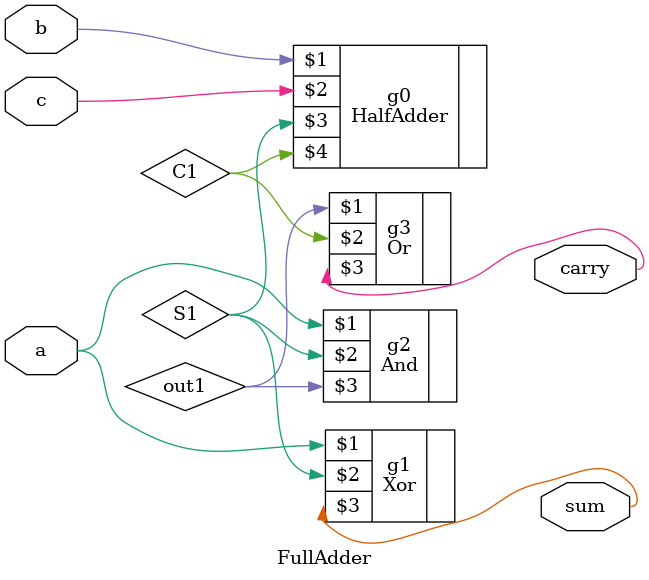
<source format=v>
`include "../02/HalfAdder.v"

module FullAdder(a,b,c,sum,carry);
    input a,b,c;
    output sum,carry;
    wire S1,C1,out1;

    HalfAdder g0(b,c,S1,C1);
    Xor g1(a,S1,sum);
    And g2(a,S1,out1);
    Or g3(out1,C1,carry);
endmodule
</source>
